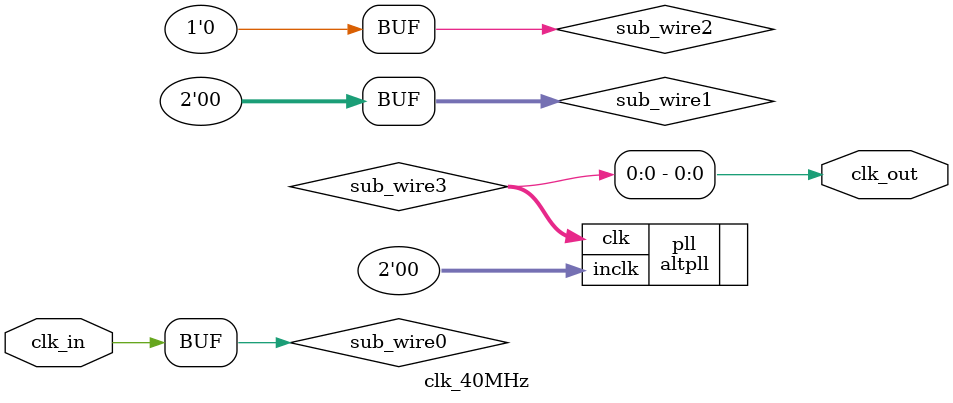
<source format=v>
`timescale 10ns / 100ps

module clk_40MHz
	(input clk_in,
	 output clk_out);
	 
	 reg 			sub_wire0;
	 reg [1:0] 	sub_wire1;
	 reg 			sub_wire2;
	 reg [3:0] 	sub_wire3;
	 
	 always begin
		sub_wire2 = 0;
		sub_wire0 = clk_in;
		sub_wire1 = sub_wire2[0] & sub_wire0;
		clk_out = sub_wire3[0];
	 
	 end
	 
	 altpll 
		#(.bandwidth_type("AUTO"),
		  .clk0_divide_by(1),
		  .clk0_duty_cycle(50),
		  .clk0_multiply_by(4),
		  .clk0_phase_shift("0"),
		  .compensate_clock("CLK0"),
		  .inclk0_input_frequency(10000),
		  .intended_device_family("MAX 10"),
		  .lpm_hint("CBX_MODULE_PREFIX=CLK_40MHz"),
		  .lpm_type("altpll"),
		  .operation_mode("NORMAL"),
		  .pll_type("AUTO"),
		  .port_activeclock("PORT_UNUSED"),
		  .port_areset("PORT_UNUSED"),
		  .port_clkbad0("PORT_UNUSED"),
		  .port_clkbad1("PORT_UNUSED"),
		  .port_clkloss("PORT_UNUSED"),
		  .port_clkswitch("PORT_UNUSED"),
		  .port_configupdate("PORT_UNUSED"),
		  .port_fbin("PORT_UNUSED"),
		  .port_inclk0("PORT_USED"),						//used
		  .port_inclk1("PORT_UNUSED"),
		  .port_locked("PORT_UNUSED"),
		  .port_pfdena("PORT_UNUSED"),
		  .port_phasecounterselect("PORT_UNUSED"),
		  .port_phasedone("PORT_UNUSED"),
		  .port_phasestep("PORT_UNUSED"),
		  .port_phaseupdown("PORT_UNUSED"),
		  .port_pllena("PORT_UNUSED"),
		  .port_scanaclr("PORT_UNUSED"),
		  .port_scanclk("PORT_UNUSED"),
		  .port_scanclkena("PORT_UNUSED"),
		  .port_scandata("PORT_UNUSED"),
		  .port_scandataout("PORT_UNUSED"),
		  .port_scandone("PORT_UNUSED"),
		  .port_scanread("PORT_UNUSED"),
		  .port_scanwrite("PORT_UNUSED"),
		  .port_clk0("PORT_USED"),							//used
		  .port_clk1("PORT_UNUSED"),
		  .port_clk2("PORT_UNUSED"),
		  .port_clk3("PORT_UNUSED"),
		  .port_clk4("PORT_UNUSED"),
		  .port_clk5("PORT_UNUSED"),
		  .port_clkena0("PORT_UNUSED"),
		  .port_clkena1("PORT_UNUSED"),
		  .port_clkena2("PORT_UNUSED"),
		  .port_clkena3("PORT_UNUSED"),
		  .port_clkena4("PORT_UNUSED"),
		  .port_clkena5("PORT_UNUSED"),
		  .port_extclk0("PORT_UNUSED"),
		  .port_extclk1("PORT_UNUSED"),
		  .port_extclk2("PORT_UNUSED"),
		  .port_extclk3("PORT_UNUSED"),
		  .width_clock(5))
	
	 pll (.inclk (sub_wire1),
			.clk (sub_wire3));

endmodule

</source>
